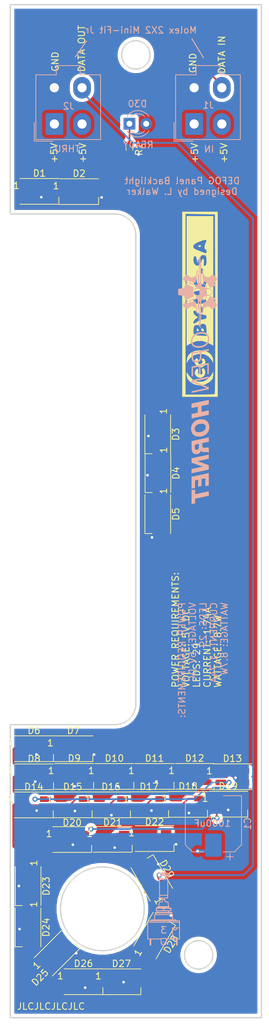
<source format=kicad_pcb>
(kicad_pcb (version 20171130) (host pcbnew "(5.1.6)-1")
  (layers (0 F.Cu signal) (31 B.Cu signal) (34 B.Paste user) (35 F.Paste user) (36 B.SilkS user) (37 F.SilkS user) (38 B.Mask user) (39 F.Mask user) (44 Edge.Cuts user))
  (net 0 "")
  (net 1 /LEDGND)
  (net 2 /LED+5V)
  (net 3 "Net-(D1-Pad2)")
  (net 4 /DATAIN)
  (net 5 "Net-(D2-Pad2)")
  (net 6 "Net-(D3-Pad2)")
  (net 7 "Net-(D4-Pad2)")
  (net 8 "Net-(D5-Pad2)")
  (net 9 "Net-(D6-Pad2)")
  (net 10 "Net-(D7-Pad2)")
  (net 11 "Net-(D8-Pad2)")
  (net 12 "Net-(D10-Pad4)")
  (net 13 "Net-(D10-Pad2)")
  (net 14 "Net-(D11-Pad2)")
  (net 15 /DATAOUT1)
  (net 16 "Net-(D13-Pad2)")
  (net 17 "Net-(D14-Pad2)")
  (net 18 "Net-(D15-Pad2)")
  (net 19 "Net-(D16-Pad2)")
  (net 20 "Net-(D17-Pad2)")
  (net 21 "Net-(D18-Pad2)")
  (net 22 "Net-(D19-Pad2)")
  (net 23 "Net-(D20-Pad2)")
  (net 24 "Net-(D21-Pad2)")
  (net 25 "Net-(D22-Pad2)")
  (net 26 "Net-(D23-Pad2)")
  (net 27 /DATAOUT)
  (net 28 "Net-(D24-Pad2)")
  (net 29 "Net-(D25-Pad2)")
  (net 30 "Net-(D26-Pad2)")
  (net 31 "Net-(D27-Pad2)")
  (net 32 "Net-(D28-Pad2)")
  (net 33 "Net-(D30-Pad1)")
  (module OH_Backlighting:LED_SK6812MINI_PLCC4_3.5x3.5mm_P1.75mm (layer F.Cu) (at 125.05 59.045)
    (fp_text reference D1 (at 0 -2.75) (layer F.SilkS))
    (fp_text value WS2812B)
    (fp_text user 1 (at -3.5 -0.875) (layer F.SilkS))
    (pad 3 smd rect (at 1.75 0.875) (size 1.6 0.85) (layers F.Cu F.Paste F.Mask) (net 1 /LEDGND))
    (pad 4 smd rect (at 1.75 -0.875) (size 1.6 0.85) (layers F.Cu F.Paste F.Mask) (net 4 /DATAIN))
    (pad 2 smd rect (at -1.75 0.875) (size 1.6 0.85) (layers F.Cu F.Paste F.Mask) (net 3 "Net-(D1-Pad2)"))
    (pad 1 smd rect (at -1.75 -0.875) (size 1.6 0.85) (layers F.Cu F.Paste F.Mask) (net 2 /LED+5V))
  )
  (module OH_Backlighting:LED_SK6812MINI_PLCC4_3.5x3.5mm_P1.75mm (layer F.Cu) (at 142.097 163.202 120)
    (fp_text reference D29 (at 0.041017 2.682957 120) (layer F.SilkS))
    (fp_text value WS2812B)
    (fp_text user 1 (at -3.5 -0.875 120) (layer F.SilkS))
    (pad 3 smd rect (at 1.75 0.875 120) (size 1.6 0.85) (layers F.Cu F.Paste F.Mask) (net 1 /LEDGND))
    (pad 4 smd rect (at 1.75 -0.875 120) (size 1.6 0.85) (layers F.Cu F.Paste F.Mask) (net 32 "Net-(D28-Pad2)"))
    (pad 2 smd rect (at -1.75 0.875 120) (size 1.6 0.85) (layers F.Cu F.Paste F.Mask) (net 27 /DATAOUT))
    (pad 1 smd rect (at -1.75 -0.875 120) (size 1.6 0.85) (layers F.Cu F.Paste F.Mask) (net 2 /LED+5V))
  )
  (module OH_Backlighting:LED_SK6812MINI_PLCC4_3.5x3.5mm_P1.75mm (layer F.Cu) (at 142.53 171.935 60)
    (fp_text reference D28 (at 0.108677 2.818233 60) (layer F.SilkS))
    (fp_text value WS2812B)
    (fp_text user 1 (at -3.5 -0.875 60) (layer F.SilkS))
    (pad 3 smd rect (at 1.75 0.875 60) (size 1.6 0.85) (layers F.Cu F.Paste F.Mask) (net 1 /LEDGND))
    (pad 4 smd rect (at 1.75 -0.875 60) (size 1.6 0.85) (layers F.Cu F.Paste F.Mask) (net 31 "Net-(D27-Pad2)"))
    (pad 2 smd rect (at -1.75 0.875 60) (size 1.6 0.85) (layers F.Cu F.Paste F.Mask) (net 32 "Net-(D28-Pad2)"))
    (pad 1 smd rect (at -1.75 -0.875 60) (size 1.6 0.85) (layers F.Cu F.Paste F.Mask) (net 2 /LED+5V))
  )
  (module OH_Backlighting:LED_SK6812MINI_PLCC4_3.5x3.5mm_P1.75mm (layer F.Cu) (at 137.497 178.947)
    (fp_text reference D27 (at 0 -2.75) (layer F.SilkS))
    (fp_text value WS2812B)
    (fp_text user 1 (at -3.5 -0.875) (layer F.SilkS))
    (pad 3 smd rect (at 1.75 0.875) (size 1.6 0.85) (layers F.Cu F.Paste F.Mask) (net 1 /LEDGND))
    (pad 4 smd rect (at 1.75 -0.875) (size 1.6 0.85) (layers F.Cu F.Paste F.Mask) (net 30 "Net-(D26-Pad2)"))
    (pad 2 smd rect (at -1.75 0.875) (size 1.6 0.85) (layers F.Cu F.Paste F.Mask) (net 31 "Net-(D27-Pad2)"))
    (pad 1 smd rect (at -1.75 -0.875) (size 1.6 0.85) (layers F.Cu F.Paste F.Mask) (net 2 /LED+5V))
  )
  (module OH_Backlighting:LED_SK6812MINI_PLCC4_3.5x3.5mm_P1.75mm (layer F.Cu) (at 131.73 178.935)
    (fp_text reference D26 (at 0 -2.75) (layer F.SilkS))
    (fp_text value WS2812B)
    (fp_text user 1 (at -3.5 -0.875) (layer F.SilkS))
    (pad 3 smd rect (at 1.75 0.875) (size 1.6 0.85) (layers F.Cu F.Paste F.Mask) (net 1 /LEDGND))
    (pad 4 smd rect (at 1.75 -0.875) (size 1.6 0.85) (layers F.Cu F.Paste F.Mask) (net 29 "Net-(D25-Pad2)"))
    (pad 2 smd rect (at -1.75 0.875) (size 1.6 0.85) (layers F.Cu F.Paste F.Mask) (net 30 "Net-(D26-Pad2)"))
    (pad 1 smd rect (at -1.75 -0.875) (size 1.6 0.85) (layers F.Cu F.Paste F.Mask) (net 2 /LED+5V))
  )
  (module OH_Backlighting:LED_SK6812MINI_PLCC4_3.5x3.5mm_P1.75mm (layer F.Cu) (at 127.724 174.599 45)
    (fp_text reference D25 (at -4.437095 0.796909 45) (layer F.SilkS))
    (fp_text value WS2812B)
    (fp_text user 1 (at -3.5 -0.875 45) (layer F.SilkS))
    (pad 3 smd rect (at 1.75 0.875 45) (size 1.6 0.85) (layers F.Cu F.Paste F.Mask) (net 1 /LEDGND))
    (pad 4 smd rect (at 1.75 -0.875 45) (size 1.6 0.85) (layers F.Cu F.Paste F.Mask) (net 28 "Net-(D24-Pad2)"))
    (pad 2 smd rect (at -1.75 0.875 45) (size 1.6 0.85) (layers F.Cu F.Paste F.Mask) (net 29 "Net-(D25-Pad2)"))
    (pad 1 smd rect (at -1.75 -0.875 45) (size 1.6 0.85) (layers F.Cu F.Paste F.Mask) (net 2 /LED+5V))
  )
  (module OH_Backlighting:LED_SK6812MINI_PLCC4_3.5x3.5mm_P1.75mm (layer F.Cu) (at 123.315 170.69 270)
    (fp_text reference D24 (at 0 -2.75 90) (layer F.SilkS))
    (fp_text value WS2812B)
    (fp_text user 1 (at -3.5 -0.875 90) (layer F.SilkS))
    (pad 3 smd rect (at 1.75 0.875 270) (size 1.6 0.85) (layers F.Cu F.Paste F.Mask) (net 1 /LEDGND))
    (pad 4 smd rect (at 1.75 -0.875 270) (size 1.6 0.85) (layers F.Cu F.Paste F.Mask) (net 26 "Net-(D23-Pad2)"))
    (pad 2 smd rect (at -1.75 0.875 270) (size 1.6 0.85) (layers F.Cu F.Paste F.Mask) (net 28 "Net-(D24-Pad2)"))
    (pad 1 smd rect (at -1.75 -0.875 270) (size 1.6 0.85) (layers F.Cu F.Paste F.Mask) (net 2 /LED+5V))
  )
  (module OH_Backlighting:LED_SK6812MINI_PLCC4_3.5x3.5mm_P1.75mm (layer F.Cu) (at 123.335 164.43 270)
    (fp_text reference D23 (at 0 -2.75 90) (layer F.SilkS))
    (fp_text value WS2812B)
    (fp_text user 1 (at -3.5 -0.875 90) (layer F.SilkS))
    (pad 3 smd rect (at 1.75 0.875 270) (size 1.6 0.85) (layers F.Cu F.Paste F.Mask) (net 1 /LEDGND))
    (pad 4 smd rect (at 1.75 -0.875 270) (size 1.6 0.85) (layers F.Cu F.Paste F.Mask) (net 25 "Net-(D22-Pad2)"))
    (pad 2 smd rect (at -1.75 0.875 270) (size 1.6 0.85) (layers F.Cu F.Paste F.Mask) (net 26 "Net-(D23-Pad2)"))
    (pad 1 smd rect (at -1.75 -0.875 270) (size 1.6 0.85) (layers F.Cu F.Paste F.Mask) (net 2 /LED+5V))
  )
  (module OH_Backlighting:LED_SK6812MINI_PLCC4_3.5x3.5mm_P1.75mm (layer F.Cu) (at 142.522 157.226)
    (fp_text reference D22 (at 0.003 -2.526) (layer F.SilkS))
    (fp_text value WS2812B)
    (fp_text user 1 (at -3.5 -0.875) (layer F.SilkS))
    (pad 3 smd rect (at 1.75 0.875) (size 1.6 0.85) (layers F.Cu F.Paste F.Mask) (net 1 /LEDGND))
    (pad 4 smd rect (at 1.75 -0.875) (size 1.6 0.85) (layers F.Cu F.Paste F.Mask) (net 24 "Net-(D21-Pad2)"))
    (pad 2 smd rect (at -1.75 0.875) (size 1.6 0.85) (layers F.Cu F.Paste F.Mask) (net 25 "Net-(D22-Pad2)"))
    (pad 1 smd rect (at -1.75 -0.875) (size 1.6 0.85) (layers F.Cu F.Paste F.Mask) (net 2 /LED+5V))
  )
  (module OH_Backlighting:LED_SK6812MINI_PLCC4_3.5x3.5mm_P1.75mm (layer F.Cu) (at 136.172 157.339)
    (fp_text reference D21 (at 0.003 -2.564) (layer F.SilkS))
    (fp_text value WS2812B)
    (fp_text user 1 (at -3.5 -0.875) (layer F.SilkS))
    (pad 3 smd rect (at 1.75 0.875) (size 1.6 0.85) (layers F.Cu F.Paste F.Mask) (net 1 /LEDGND))
    (pad 4 smd rect (at 1.75 -0.875) (size 1.6 0.85) (layers F.Cu F.Paste F.Mask) (net 23 "Net-(D20-Pad2)"))
    (pad 2 smd rect (at -1.75 0.875) (size 1.6 0.85) (layers F.Cu F.Paste F.Mask) (net 24 "Net-(D21-Pad2)"))
    (pad 1 smd rect (at -1.75 -0.875) (size 1.6 0.85) (layers F.Cu F.Paste F.Mask) (net 2 /LED+5V))
  )
  (module OH_Backlighting:LED_SK6812MINI_PLCC4_3.5x3.5mm_P1.75mm (layer F.Cu) (at 130.02 157.367)
    (fp_text reference D20 (at 0 -2.567) (layer F.SilkS))
    (fp_text value WS2812B)
    (fp_text user 1 (at -3.5 -0.875) (layer F.SilkS))
    (pad 3 smd rect (at 1.75 0.875) (size 1.6 0.85) (layers F.Cu F.Paste F.Mask) (net 1 /LEDGND))
    (pad 4 smd rect (at 1.75 -0.875) (size 1.6 0.85) (layers F.Cu F.Paste F.Mask) (net 22 "Net-(D19-Pad2)"))
    (pad 2 smd rect (at -1.75 0.875) (size 1.6 0.85) (layers F.Cu F.Paste F.Mask) (net 23 "Net-(D20-Pad2)"))
    (pad 1 smd rect (at -1.75 -0.875) (size 1.6 0.85) (layers F.Cu F.Paste F.Mask) (net 2 /LED+5V))
  )
  (module OH_Backlighting:LED_SK6812MINI_PLCC4_3.5x3.5mm_P1.75mm (layer F.Cu) (at 153.698 152.005)
    (fp_text reference D19 (at 0 -2.75) (layer F.SilkS))
    (fp_text value WS2812B)
    (fp_text user 1 (at -3.5 -0.875) (layer F.SilkS))
    (pad 3 smd rect (at 1.75 0.875) (size 1.6 0.85) (layers F.Cu F.Paste F.Mask) (net 1 /LEDGND))
    (pad 4 smd rect (at 1.75 -0.875) (size 1.6 0.85) (layers F.Cu F.Paste F.Mask) (net 21 "Net-(D18-Pad2)"))
    (pad 2 smd rect (at -1.75 0.875) (size 1.6 0.85) (layers F.Cu F.Paste F.Mask) (net 22 "Net-(D19-Pad2)"))
    (pad 1 smd rect (at -1.75 -0.875) (size 1.6 0.85) (layers F.Cu F.Paste F.Mask) (net 2 /LED+5V))
  )
  (module OH_Backlighting:LED_SK6812MINI_PLCC4_3.5x3.5mm_P1.75mm (layer F.Cu) (at 147.602 152.033)
    (fp_text reference D18 (at 0 -2.75) (layer F.SilkS))
    (fp_text value WS2812B)
    (fp_text user 1 (at -3.5 -0.875) (layer F.SilkS))
    (pad 3 smd rect (at 1.75 0.875) (size 1.6 0.85) (layers F.Cu F.Paste F.Mask) (net 1 /LEDGND))
    (pad 4 smd rect (at 1.75 -0.875) (size 1.6 0.85) (layers F.Cu F.Paste F.Mask) (net 20 "Net-(D17-Pad2)"))
    (pad 2 smd rect (at -1.75 0.875) (size 1.6 0.85) (layers F.Cu F.Paste F.Mask) (net 21 "Net-(D18-Pad2)"))
    (pad 1 smd rect (at -1.75 -0.875) (size 1.6 0.85) (layers F.Cu F.Paste F.Mask) (net 2 /LED+5V))
  )
  (module OH_Backlighting:LED_SK6812MINI_PLCC4_3.5x3.5mm_P1.75mm (layer F.Cu) (at 141.7 152.085)
    (fp_text reference D17 (at 0 -2.75) (layer F.SilkS))
    (fp_text value WS2812B)
    (fp_text user 1 (at -3.5 -0.875) (layer F.SilkS))
    (pad 3 smd rect (at 1.75 0.875) (size 1.6 0.85) (layers F.Cu F.Paste F.Mask) (net 1 /LEDGND))
    (pad 4 smd rect (at 1.75 -0.875) (size 1.6 0.85) (layers F.Cu F.Paste F.Mask) (net 19 "Net-(D16-Pad2)"))
    (pad 2 smd rect (at -1.75 0.875) (size 1.6 0.85) (layers F.Cu F.Paste F.Mask) (net 20 "Net-(D17-Pad2)"))
    (pad 1 smd rect (at -1.75 -0.875) (size 1.6 0.85) (layers F.Cu F.Paste F.Mask) (net 2 /LED+5V))
  )
  (module OH_Backlighting:LED_SK6812MINI_PLCC4_3.5x3.5mm_P1.75mm (layer F.Cu) (at 135.91 152.105)
    (fp_text reference D16 (at 0 -2.75) (layer F.SilkS))
    (fp_text value WS2812B)
    (fp_text user 1 (at -3.5 -0.875) (layer F.SilkS))
    (pad 3 smd rect (at 1.75 0.875) (size 1.6 0.85) (layers F.Cu F.Paste F.Mask) (net 1 /LEDGND))
    (pad 4 smd rect (at 1.75 -0.875) (size 1.6 0.85) (layers F.Cu F.Paste F.Mask) (net 18 "Net-(D15-Pad2)"))
    (pad 2 smd rect (at -1.75 0.875) (size 1.6 0.85) (layers F.Cu F.Paste F.Mask) (net 19 "Net-(D16-Pad2)"))
    (pad 1 smd rect (at -1.75 -0.875) (size 1.6 0.85) (layers F.Cu F.Paste F.Mask) (net 2 /LED+5V))
  )
  (module OH_Backlighting:LED_SK6812MINI_PLCC4_3.5x3.5mm_P1.75mm (layer F.Cu) (at 130.1 152.105)
    (fp_text reference D15 (at 0 -2.75) (layer F.SilkS))
    (fp_text value WS2812B)
    (fp_text user 1 (at -3.5 -0.875) (layer F.SilkS))
    (pad 3 smd rect (at 1.75 0.875) (size 1.6 0.85) (layers F.Cu F.Paste F.Mask) (net 1 /LEDGND))
    (pad 4 smd rect (at 1.75 -0.875) (size 1.6 0.85) (layers F.Cu F.Paste F.Mask) (net 17 "Net-(D14-Pad2)"))
    (pad 2 smd rect (at -1.75 0.875) (size 1.6 0.85) (layers F.Cu F.Paste F.Mask) (net 18 "Net-(D15-Pad2)"))
    (pad 1 smd rect (at -1.75 -0.875) (size 1.6 0.85) (layers F.Cu F.Paste F.Mask) (net 2 /LED+5V))
  )
  (module OH_Backlighting:LED_SK6812MINI_PLCC4_3.5x3.5mm_P1.75mm (layer F.Cu) (at 124.2 152.115)
    (fp_text reference D14 (at 0 -2.75) (layer F.SilkS))
    (fp_text value WS2812B)
    (fp_text user 1 (at -3.5 -0.875) (layer F.SilkS))
    (pad 3 smd rect (at 1.75 0.875) (size 1.6 0.85) (layers F.Cu F.Paste F.Mask) (net 1 /LEDGND))
    (pad 4 smd rect (at 1.75 -0.875) (size 1.6 0.85) (layers F.Cu F.Paste F.Mask) (net 16 "Net-(D13-Pad2)"))
    (pad 2 smd rect (at -1.75 0.875) (size 1.6 0.85) (layers F.Cu F.Paste F.Mask) (net 17 "Net-(D14-Pad2)"))
    (pad 1 smd rect (at -1.75 -0.875) (size 1.6 0.85) (layers F.Cu F.Paste F.Mask) (net 2 /LED+5V))
  )
  (module OH_Backlighting:LED_SK6812MINI_PLCC4_3.5x3.5mm_P1.75mm (layer F.Cu) (at 154.34 147.835)
    (fp_text reference D13 (at 0 -2.75) (layer F.SilkS))
    (fp_text value WS2812B)
    (fp_text user 1 (at -3.5 -0.875) (layer F.SilkS))
    (pad 3 smd rect (at 1.75 0.875) (size 1.6 0.85) (layers F.Cu F.Paste F.Mask) (net 1 /LEDGND))
    (pad 4 smd rect (at 1.75 -0.875) (size 1.6 0.85) (layers F.Cu F.Paste F.Mask) (net 15 /DATAOUT1))
    (pad 2 smd rect (at -1.75 0.875) (size 1.6 0.85) (layers F.Cu F.Paste F.Mask) (net 16 "Net-(D13-Pad2)"))
    (pad 1 smd rect (at -1.75 -0.875) (size 1.6 0.85) (layers F.Cu F.Paste F.Mask) (net 2 /LED+5V))
  )
  (module OH_Backlighting:LED_SK6812MINI_PLCC4_3.5x3.5mm_P1.75mm (layer F.Cu) (at 148.608 147.785)
    (fp_text reference D12 (at 0 -2.75) (layer F.SilkS))
    (fp_text value WS2812B)
    (fp_text user 1 (at -3.5 -0.875) (layer F.SilkS))
    (pad 3 smd rect (at 1.75 0.875) (size 1.6 0.85) (layers F.Cu F.Paste F.Mask) (net 1 /LEDGND))
    (pad 4 smd rect (at 1.75 -0.875) (size 1.6 0.85) (layers F.Cu F.Paste F.Mask) (net 14 "Net-(D11-Pad2)"))
    (pad 2 smd rect (at -1.75 0.875) (size 1.6 0.85) (layers F.Cu F.Paste F.Mask) (net 15 /DATAOUT1))
    (pad 1 smd rect (at -1.75 -0.875) (size 1.6 0.85) (layers F.Cu F.Paste F.Mask) (net 2 /LED+5V))
  )
  (module OH_Backlighting:LED_SK6812MINI_PLCC4_3.5x3.5mm_P1.75mm (layer F.Cu) (at 142.516 147.795)
    (fp_text reference D11 (at 0 -2.75) (layer F.SilkS))
    (fp_text value WS2812B)
    (fp_text user 1 (at -3.5 -0.875) (layer F.SilkS))
    (pad 3 smd rect (at 1.75 0.875) (size 1.6 0.85) (layers F.Cu F.Paste F.Mask) (net 1 /LEDGND))
    (pad 4 smd rect (at 1.75 -0.875) (size 1.6 0.85) (layers F.Cu F.Paste F.Mask) (net 13 "Net-(D10-Pad2)"))
    (pad 2 smd rect (at -1.75 0.875) (size 1.6 0.85) (layers F.Cu F.Paste F.Mask) (net 14 "Net-(D11-Pad2)"))
    (pad 1 smd rect (at -1.75 -0.875) (size 1.6 0.85) (layers F.Cu F.Paste F.Mask) (net 2 /LED+5V))
  )
  (module OH_Backlighting:LED_SK6812MINI_PLCC4_3.5x3.5mm_P1.75mm (layer F.Cu) (at 136.424 147.795)
    (fp_text reference D10 (at 0 -2.75) (layer F.SilkS))
    (fp_text value WS2812B)
    (fp_text user 1 (at -3.5 -0.875) (layer F.SilkS))
    (pad 3 smd rect (at 1.75 0.875) (size 1.6 0.85) (layers F.Cu F.Paste F.Mask) (net 1 /LEDGND))
    (pad 4 smd rect (at 1.75 -0.875) (size 1.6 0.85) (layers F.Cu F.Paste F.Mask) (net 12 "Net-(D10-Pad4)"))
    (pad 2 smd rect (at -1.75 0.875) (size 1.6 0.85) (layers F.Cu F.Paste F.Mask) (net 13 "Net-(D10-Pad2)"))
    (pad 1 smd rect (at -1.75 -0.875) (size 1.6 0.85) (layers F.Cu F.Paste F.Mask) (net 2 /LED+5V))
  )
  (module OH_Backlighting:LED_SK6812MINI_PLCC4_3.5x3.5mm_P1.75mm (layer F.Cu) (at 130.332 147.795)
    (fp_text reference D9 (at 0 -2.75) (layer F.SilkS))
    (fp_text value WS2812B)
    (fp_text user 1 (at -3.5 -0.875) (layer F.SilkS))
    (pad 3 smd rect (at 1.75 0.875) (size 1.6 0.85) (layers F.Cu F.Paste F.Mask) (net 1 /LEDGND))
    (pad 4 smd rect (at 1.75 -0.875) (size 1.6 0.85) (layers F.Cu F.Paste F.Mask) (net 11 "Net-(D8-Pad2)"))
    (pad 2 smd rect (at -1.75 0.875) (size 1.6 0.85) (layers F.Cu F.Paste F.Mask) (net 12 "Net-(D10-Pad4)"))
    (pad 1 smd rect (at -1.75 -0.875) (size 1.6 0.85) (layers F.Cu F.Paste F.Mask) (net 2 /LED+5V))
  )
  (module OH_Backlighting:LED_SK6812MINI_PLCC4_3.5x3.5mm_P1.75mm (layer F.Cu) (at 124.24 147.855)
    (fp_text reference D8 (at 0 -2.75) (layer F.SilkS))
    (fp_text value WS2812B)
    (fp_text user 1 (at -3.5 -0.875) (layer F.SilkS))
    (pad 3 smd rect (at 1.75 0.875) (size 1.6 0.85) (layers F.Cu F.Paste F.Mask) (net 1 /LEDGND))
    (pad 4 smd rect (at 1.75 -0.875) (size 1.6 0.85) (layers F.Cu F.Paste F.Mask) (net 10 "Net-(D7-Pad2)"))
    (pad 2 smd rect (at -1.75 0.875) (size 1.6 0.85) (layers F.Cu F.Paste F.Mask) (net 11 "Net-(D8-Pad2)"))
    (pad 1 smd rect (at -1.75 -0.875) (size 1.6 0.85) (layers F.Cu F.Paste F.Mask) (net 2 /LED+5V))
  )
  (module OH_Backlighting:LED_SK6812MINI_PLCC4_3.5x3.5mm_P1.75mm (layer F.Cu) (at 130.21 143.59)
    (fp_text reference D7 (at 0 -2.75) (layer F.SilkS))
    (fp_text value WS2812B)
    (fp_text user 1 (at -3.5 -0.875) (layer F.SilkS))
    (pad 3 smd rect (at 1.75 0.875) (size 1.6 0.85) (layers F.Cu F.Paste F.Mask) (net 1 /LEDGND))
    (pad 4 smd rect (at 1.75 -0.875) (size 1.6 0.85) (layers F.Cu F.Paste F.Mask) (net 9 "Net-(D6-Pad2)"))
    (pad 2 smd rect (at -1.75 0.875) (size 1.6 0.85) (layers F.Cu F.Paste F.Mask) (net 10 "Net-(D7-Pad2)"))
    (pad 1 smd rect (at -1.75 -0.875) (size 1.6 0.85) (layers F.Cu F.Paste F.Mask) (net 2 /LED+5V))
  )
  (module OH_Backlighting:LED_SK6812MINI_PLCC4_3.5x3.5mm_P1.75mm (layer F.Cu) (at 124.23 143.585)
    (fp_text reference D6 (at 0 -2.75) (layer F.SilkS))
    (fp_text value WS2812B)
    (fp_text user 1 (at -3.5 -0.875) (layer F.SilkS))
    (pad 3 smd rect (at 1.75 0.875) (size 1.6 0.85) (layers F.Cu F.Paste F.Mask) (net 1 /LEDGND))
    (pad 4 smd rect (at 1.75 -0.875) (size 1.6 0.85) (layers F.Cu F.Paste F.Mask) (net 8 "Net-(D5-Pad2)"))
    (pad 2 smd rect (at -1.75 0.875) (size 1.6 0.85) (layers F.Cu F.Paste F.Mask) (net 9 "Net-(D6-Pad2)"))
    (pad 1 smd rect (at -1.75 -0.875) (size 1.6 0.85) (layers F.Cu F.Paste F.Mask) (net 2 /LED+5V))
  )
  (module OH_Backlighting:LED_SK6812MINI_PLCC4_3.5x3.5mm_P1.75mm (layer F.Cu) (at 143.015 108 270)
    (fp_text reference D5 (at 0 -2.75 90) (layer F.SilkS))
    (fp_text value WS2812B)
    (fp_text user 1 (at -3.5 -0.875 90) (layer F.SilkS))
    (pad 3 smd rect (at 1.75 0.875 270) (size 1.6 0.85) (layers F.Cu F.Paste F.Mask) (net 1 /LEDGND))
    (pad 4 smd rect (at 1.75 -0.875 270) (size 1.6 0.85) (layers F.Cu F.Paste F.Mask) (net 7 "Net-(D4-Pad2)"))
    (pad 2 smd rect (at -1.75 0.875 270) (size 1.6 0.85) (layers F.Cu F.Paste F.Mask) (net 8 "Net-(D5-Pad2)"))
    (pad 1 smd rect (at -1.75 -0.875 270) (size 1.6 0.85) (layers F.Cu F.Paste F.Mask) (net 2 /LED+5V))
  )
  (module OH_Backlighting:LED_SK6812MINI_PLCC4_3.5x3.5mm_P1.75mm (layer F.Cu) (at 143.035 101.78 270)
    (fp_text reference D4 (at 0 -2.75 90) (layer F.SilkS))
    (fp_text value WS2812B)
    (fp_text user 1 (at -3.5 -0.875 90) (layer F.SilkS))
    (pad 3 smd rect (at 1.75 0.875 270) (size 1.6 0.85) (layers F.Cu F.Paste F.Mask) (net 1 /LEDGND))
    (pad 4 smd rect (at 1.75 -0.875 270) (size 1.6 0.85) (layers F.Cu F.Paste F.Mask) (net 6 "Net-(D3-Pad2)"))
    (pad 2 smd rect (at -1.75 0.875 270) (size 1.6 0.85) (layers F.Cu F.Paste F.Mask) (net 7 "Net-(D4-Pad2)"))
    (pad 1 smd rect (at -1.75 -0.875 270) (size 1.6 0.85) (layers F.Cu F.Paste F.Mask) (net 2 /LED+5V))
  )
  (module OH_Backlighting:LED_SK6812MINI_PLCC4_3.5x3.5mm_P1.75mm (layer F.Cu) (at 143.005 95.89 270)
    (fp_text reference D3 (at 0 -2.75 90) (layer F.SilkS))
    (fp_text value WS2812B)
    (fp_text user 1 (at -3.5 -0.875 90) (layer F.SilkS))
    (pad 3 smd rect (at 1.75 0.875 270) (size 1.6 0.85) (layers F.Cu F.Paste F.Mask) (net 1 /LEDGND))
    (pad 4 smd rect (at 1.75 -0.875 270) (size 1.6 0.85) (layers F.Cu F.Paste F.Mask) (net 5 "Net-(D2-Pad2)"))
    (pad 2 smd rect (at -1.75 0.875 270) (size 1.6 0.85) (layers F.Cu F.Paste F.Mask) (net 6 "Net-(D3-Pad2)"))
    (pad 1 smd rect (at -1.75 -0.875 270) (size 1.6 0.85) (layers F.Cu F.Paste F.Mask) (net 2 /LED+5V))
  )
  (module OH_Backlighting:LED_SK6812MINI_PLCC4_3.5x3.5mm_P1.75mm (layer F.Cu) (at 131.08 59.08)
    (fp_text reference D2 (at 0 -2.75) (layer F.SilkS))
    (fp_text value WS2812B)
    (fp_text user 1 (at -3.5 -0.875) (layer F.SilkS))
    (pad 3 smd rect (at 1.75 0.875) (size 1.6 0.85) (layers F.Cu F.Paste F.Mask) (net 1 /LEDGND))
    (pad 4 smd rect (at 1.75 -0.875) (size 1.6 0.85) (layers F.Cu F.Paste F.Mask) (net 3 "Net-(D1-Pad2)"))
    (pad 2 smd rect (at -1.75 0.875) (size 1.6 0.85) (layers F.Cu F.Paste F.Mask) (net 5 "Net-(D2-Pad2)"))
    (pad 1 smd rect (at -1.75 -0.875) (size 1.6 0.85) (layers F.Cu F.Paste F.Mask) (net 2 /LED+5V))
  )
  (module OH_Backlighting:S3AL_Toggle_Silkscreen (layer F.Cu) (at 143.76 168.04)
    (fp_text reference G2 hide)
    (fp_text value "S3AL Toggle" hide)
    (fp_text user 3 (at 0.125 3.075) (layer B.SilkS) (effects (justify mirror)))
  )
  (module OH_General:CC-BY-NC-SA-Small (layer F.Cu) (at 149.41 76.25 90)
    (fp_text reference G1 hide)
    (fp_text value LOGO hide)
  )
  (module OH_General:OH_LOGO_37.7mm_5.9mm (layer B.Cu) (at 149.07 87.63 270)
    (fp_text reference G3 hide)
    (fp_text value LOGO hide)
  )
  (module Resistor_SMD:R_0603_1608Metric (layer F.Cu) (at 138.72 52.66 270)
    (fp_text reference R1 (at 0 -1.43 90) (layer F.SilkS))
    (fp_text value R)
    (pad 2 smd roundrect (at 0.7875 0 270) (size 0.875 0.95) (layers F.Cu F.Paste F.Mask) (net 1 /LEDGND))
    (pad 1 smd roundrect (at -0.7875 0 270) (size 0.875 0.95) (layers F.Cu F.Paste F.Mask) (net 33 "Net-(D30-Pad1)"))
  )
  (module Connector_Molex:Molex_Mini-Fit_Jr_5566-04A_2x02_P4.20mm_Vertical (layer B.Cu) (at 127.32 48.82)
    (fp_text reference J2 (at 2.15 -2.71) (layer B.SilkS) (effects (justify mirror)))
    (fp_text value Conn_01x04_Female)
    (pad 4 thru_hole oval (at 4.2 -5.5) (size 2.7 3.3) (drill 1.4) (layers *.Cu *.Mask) (net 27 /DATAOUT))
    (pad 3 thru_hole oval (at 0 -5.5) (size 2.7 3.3) (drill 1.4) (layers *.Cu *.Mask) (net 1 /LEDGND))
    (pad 2 thru_hole oval (at 4.2 0) (size 2.7 3.3) (drill 1.4) (layers *.Cu *.Mask) (net 2 /LED+5V))
    (pad 1 thru_hole roundrect (at 0 0) (size 2.7 3.3) (drill 1.4) (layers *.Cu *.Mask) (roundrect_rratio 0.09259299999999999) (net 2 /LED+5V))
  )
  (module Connector_Molex:Molex_Mini-Fit_Jr_5566-04A_2x02_P4.20mm_Vertical (layer B.Cu) (at 148.53 48.82)
    (fp_text reference J1 (at 2.15 -2.85) (layer B.SilkS) (effects (justify mirror)))
    (fp_text value Conn_01x04_Female)
    (pad 4 thru_hole oval (at 4.2 -5.5) (size 2.7 3.3) (drill 1.4) (layers *.Cu *.Mask) (net 4 /DATAIN))
    (pad 3 thru_hole oval (at 0 -5.5) (size 2.7 3.3) (drill 1.4) (layers *.Cu *.Mask) (net 1 /LEDGND))
    (pad 2 thru_hole oval (at 4.2 0) (size 2.7 3.3) (drill 1.4) (layers *.Cu *.Mask) (net 2 /LED+5V))
    (pad 1 thru_hole roundrect (at 0 0) (size 2.7 3.3) (drill 1.4) (layers *.Cu *.Mask) (roundrect_rratio 0.09259299999999999) (net 2 /LED+5V))
  )
  (module LED_THT:LED_D3.0mm (layer B.Cu) (at 138.71 48.78)
    (fp_text reference D30 (at 1.22 -3.02) (layer B.SilkS) (effects (justify mirror)))
    (fp_text value LED)
    (pad 2 thru_hole circle (at 2.54 0) (size 1.8 1.8) (drill 0.9) (layers *.Cu *.Mask) (net 2 /LED+5V))
    (pad 1 thru_hole rect (at 0 0) (size 1.8 1.8) (drill 0.9) (layers *.Cu *.Mask) (net 33 "Net-(D30-Pad1)"))
  )
  (module Capacitor_SMD:CP_Elec_8x10 (layer B.Cu) (at 151.45 154.97 90)
    (fp_text reference C1 (at 0 5.2 90) (layer B.SilkS) (effects (justify mirror)))
    (fp_text value C_Polarized)
    (pad 2 smd roundrect (at 3.25 0 90) (size 3.5 2.5) (layers B.Cu B.Paste B.Mask) (roundrect_rratio 0.1) (net 1 /LEDGND))
    (pad 1 smd roundrect (at -3.25 0 90) (size 3.5 2.5) (layers B.Cu B.Paste B.Mask) (roundrect_rratio 0.1) (net 2 /LED+5V))
  )
  (gr_text JLCJLCJLCJLC (at 126.8 182.675) (layer F.SilkS) (effects (font (size 1 1))))
  (gr_text "POWER REQUIREMENTS:\nVOLTAGE: 5V DC\nLEDS: 29\nCURRENT: 1.74A\nWATTAGE: 8.7W" (at 148.91 134.42 90) (layer F.SilkS) (effects (font (size 1 1)) (justify left)))
  (gr_text "DEFOG Panel Backlight\nDesigned by L. Walker" (at 146.72 58.25) (layer B.SilkS) (effects (font (size 1 1)) (justify mirror)))
  (gr_text "POWER REQUIREMENTS:\nVOLTAGE: 5V DC\nLEDS: 29\nCURRENT: 1.74A\nWATTAGE: 8.7W" (at 149.9 121.28 90) (layer B.SilkS) (effects (font (size 1 1)) (justify left mirror)))
  (gr_text +5V (at 131.62 53.21 90) (layer F.SilkS) (effects (font (size 1 1))))
  (gr_text +5V (at 127.29 53.21 90) (layer F.SilkS) (effects (font (size 1 1))))
  (gr_text "DATA OUT" (at 131.46 37.38 90) (layer F.SilkS) (effects (font (size 1 1))))
  (gr_text GND (at 127.45 39.36 90) (layer F.SilkS) (effects (font (size 1 1))))
  (gr_text "DATA IN" (at 152.72 38.31 90) (layer F.SilkS) (effects (font (size 1 1))))
  (gr_text GND (at 148.34 39.57 90) (layer F.SilkS) (effects (font (size 1 1))))
  (gr_text +5V (at 148.61 53.21 90) (layer F.SilkS) (effects (font (size 1 1))))
  (gr_text +5V (at 153.05 53.21 90) (layer F.SilkS) (effects (font (size 1 1))))
  (gr_text 1000uF (at 151.3 154.91) (layer B.SilkS) (effects (font (size 1 1)) (justify mirror)))
  (gr_line (start 132.19 36.22) (end 130.5 38.65) (layer B.SilkS) (width 0.15))
  (gr_line (start 148.2 35.9) (end 149.94 38.78) (layer B.SilkS) (width 0.15))
  (gr_text READY (at 140.05 51.97) (layer B.SilkS) (effects (font (size 1 1)) (justify mirror)))
  (gr_text "Molex 2X2 Mini-Fit Jr." (at 140.24 34.58) (layer B.SilkS) (effects (font (size 1 1)) (justify mirror)))
  (gr_text THRU (at 129.26 52.59) (layer B.SilkS) (effects (font (size 1 1)) (justify mirror)))
  (gr_text IN (at 150.79 52.65) (layer B.SilkS) (effects (font (size 1 1)) (justify mirror)))
  (gr_circle (center 149.209016 174.862625) (end 151.361666 174.862625) (layer Edge.Cuts) (width 0.2))
  (gr_circle (center 134.604016 167.877625) (end 140.954016 167.877625) (layer Edge.Cuts) (width 0.2))
  (gr_line (start 136.509016 139.937625) (end 120.634016 139.937625) (layer Edge.Cuts) (width 0.2))
  (gr_line (start 158.734016 30.717627) (end 120.634016 30.717627) (layer Edge.Cuts) (width 0.2))
  (gr_line (start 120.634016 139.937625) (end 120.634016 184.387625) (layer Edge.Cuts) (width 0.2))
  (gr_line (start 120.634016 184.387625) (end 158.734016 184.387625) (layer Edge.Cuts) (width 0.2))
  (gr_circle (center 139.684016 38.337625) (end 141.836666 38.337625) (layer Edge.Cuts) (width 0.2))
  (gr_line (start 158.734016 184.387625) (end 158.734016 30.717627) (layer Edge.Cuts) (width 0.2))
  (gr_line (start 120.634016 30.717627) (end 120.634016 62.467628) (layer Edge.Cuts) (width 0.2))
  (gr_line (start 120.634016 62.467625) (end 136.509016 62.467625) (layer Edge.Cuts) (width 0.2))
  (gr_arc (start 136.509016 136.762625) (end 136.509016 139.937625) (angle -90) (layer Edge.Cuts) (width 0.2))
  (gr_line (start 139.684016 65.642626) (end 139.684016 136.762625) (layer Edge.Cuts) (width 0.2))
  (gr_arc (start 136.509016 65.642625) (end 139.684016 65.642625) (angle -90) (layer Edge.Cuts) (width 0.2))
  (segment (start 155.448 152.88) (end 154.1977 152.88) (width 0.5) (layer F.Cu) (net 1))
  (segment (start 153.698 152.8765) (end 154.1942 152.8765) (width 0.5) (layer F.Cu) (net 1))
  (segment (start 154.1942 152.8765) (end 154.1977 152.88) (width 0.5) (layer F.Cu) (net 1))
  (segment (start 144.266 148.67) (end 143.0157 148.67) (width 0.5) (layer F.Cu) (net 1))
  (segment (start 142.8078 148.5588) (end 142.9045 148.5588) (width 0.5) (layer F.Cu) (net 1))
  (segment (start 142.9045 148.5588) (end 143.0157 148.67) (width 0.5) (layer F.Cu) (net 1))
  (segment (start 133.48 179.81) (end 132.2297 179.81) (width 0.5) (layer F.Cu) (net 1))
  (segment (start 131.996 179.8333) (end 132.2064 179.8333) (width 0.5) (layer F.Cu) (net 1))
  (segment (start 132.2064 179.8333) (end 132.2297 179.81) (width 0.5) (layer F.Cu) (net 1))
  (segment (start 131.85 152.98) (end 130.5997 152.98) (width 0.5) (layer F.Cu) (net 1))
  (segment (start 130.4363 153.0374) (end 130.5423 153.0374) (width 0.5) (layer F.Cu) (net 1))
  (segment (start 130.5423 153.0374) (end 130.5997 152.98) (width 0.5) (layer F.Cu) (net 1))
  (segment (start 124.4208 148.5687) (end 124.5821 148.73) (width 0.5) (layer F.Cu) (net 1))
  (segment (start 124.5821 148.73) (end 125.99 148.73) (width 0.5) (layer F.Cu) (net 1))
  (segment (start 143.45 152.96) (end 142.1997 152.96) (width 0.5) (layer F.Cu) (net 1))
  (segment (start 142.0478 152.9683) (end 142.1914 152.9683) (width 0.5) (layer F.Cu) (net 1))
  (segment (start 142.1914 152.9683) (end 142.1997 152.96) (width 0.5) (layer F.Cu) (net 1))
  (segment (start 149.1077 148.66) (end 148.7355 149.0322) (width 0.5) (layer F.Cu) (net 1))
  (segment (start 148.7355 149.0322) (end 148.3971 149.0322) (width 0.5) (layer F.Cu) (net 1))
  (segment (start 150.358 148.66) (end 149.1077 148.66) (width 0.5) (layer F.Cu) (net 1))
  (segment (start 140.07 53.45) (end 140.088 53.4475) (width 0.5) (layer F.Cu) (net 1))
  (segment (start 138.72 53.4475) (end 140.07 53.45) (width 0.5) (layer F.Cu) (net 1))
  (segment (start 134.49 59.96) (end 134.485 59.955) (width 0.5) (layer F.Cu) (net 1))
  (segment (start 132.83 59.955) (end 134.49 59.96) (width 0.5) (layer F.Cu) (net 1))
  (segment (start 142.14 109.75) (end 142.14 111.54) (width 0.5) (layer F.Cu) (net 1))
  (segment (start 142.16 103.53) (end 142.16 102.81) (width 0.5) (layer F.Cu) (net 1))
  (segment (start 142.16 102.81) (end 141.45 102.1) (width 0.5) (layer F.Cu) (net 1))
  (segment (start 142.13 97.64) (end 142.13 96.69) (width 0.5) (layer F.Cu) (net 1))
  (segment (start 142.13 96.69) (end 141.59 96.15) (width 0.5) (layer F.Cu) (net 1))
  (segment (start 126.8 59.92) (end 125.34 59.92) (width 0.5) (layer F.Cu) (net 1))
  (via (at 153.698 152.8765) (size 0.8) (layers F.Cu B.Cu) (net 1))
  (via (at 137.8224 178.9988) (size 0.8) (layers F.Cu B.Cu) (net 1))
  (via (at 130.1218 158.1528) (size 0.8) (layers F.Cu B.Cu) (net 1))
  (via (at 142.8078 148.5588) (size 0.8) (layers F.Cu B.Cu) (net 1))
  (via (at 131.996 179.8333) (size 0.8) (layers F.Cu B.Cu) (net 1))
  (via (at 130.4363 153.0374) (size 0.8) (layers F.Cu B.Cu) (net 1))
  (via (at 124.4208 148.5687) (size 0.8) (layers F.Cu B.Cu) (net 1))
  (via (at 142.0478 152.9683) (size 0.8) (layers F.Cu B.Cu) (net 1))
  (via (at 121.9343 164.4148) (size 0.8) (layers F.Cu B.Cu) (net 1))
  (via (at 148.3971 149.0322) (size 0.8) (layers F.Cu B.Cu) (net 1))
  (via (at 142.14 111.54) (size 0.8) (layers F.Cu B.Cu) (net 1))
  (via (at 141.45 102.1) (size 0.8) (layers F.Cu B.Cu) (net 1))
  (via (at 141.59 96.15) (size 0.8) (layers F.Cu B.Cu) (net 1))
  (via (at 140.07 53.45) (size 0.8) (layers F.Cu B.Cu) (net 1))
  (via (at 125.34 59.92) (size 0.8) (layers F.Cu B.Cu) (net 1))
  (via (at 134.49 59.96) (size 0.8) (layers F.Cu B.Cu) (net 1))
  (segment (start 131.96 144.465) (end 133.34 144.47) (width 0.5) (layer F.Cu) (net 1))
  (segment (start 133.34 144.47) (end 133.335 144.465) (width 0.5) (layer F.Cu) (net 1))
  (via (at 133.34 144.47) (size 0.8) (drill 0.4) (layers F.Cu B.Cu) (net 1))
  (segment (start 125.98 144.46) (end 124.6 144.46) (width 0.5) (layer F.Cu) (net 1))
  (segment (start 124.6 144.46) (end 124.6 144.46) (width 0.5) (layer F.Cu) (net 1))
  (via (at 124.6 144.46) (size 0.8) (drill 0.4) (layers F.Cu B.Cu) (net 1))
  (segment (start 125.95 152.99) (end 124.63 152.98) (width 0.5) (layer F.Cu) (net 1))
  (segment (start 124.63 152.98) (end 124.64 152.99) (width 0.5) (layer F.Cu) (net 1))
  (via (at 124.63 152.98) (size 0.8) (drill 0.4) (layers F.Cu B.Cu) (net 1))
  (segment (start 137.66 152.98) (end 136.66 152.98) (width 0.5) (layer F.Cu) (net 1))
  (segment (start 136.66 152.98) (end 135.97 153.67) (width 0.5) (layer F.Cu) (net 1))
  (segment (start 135.97 153.67) (end 135.97 153.67) (width 0.5) (layer F.Cu) (net 1))
  (via (at 135.97 153.67) (size 0.8) (drill 0.4) (layers F.Cu B.Cu) (net 1))
  (segment (start 138.174 148.67) (end 137.59 148.67) (width 0.5) (layer F.Cu) (net 1))
  (segment (start 137.59 148.67) (end 136.97 149.27) (width 0.5) (layer F.Cu) (net 1))
  (segment (start 136.97 149.27) (end 136.98 149.28) (width 0.5) (layer F.Cu) (net 1))
  (via (at 136.97 149.27) (size 0.8) (drill 0.4) (layers F.Cu B.Cu) (net 1))
  (segment (start 149.352 152.908) (end 148.162 152.908) (width 0.5) (layer F.Cu) (net 1))
  (segment (start 148.162 152.908) (end 147.73 153.34) (width 0.5) (layer F.Cu) (net 1))
  (segment (start 147.73 153.34) (end 147.73 153.34) (width 0.5) (layer F.Cu) (net 1))
  (via (at 147.73 153.34) (size 0.8) (drill 0.4) (layers F.Cu B.Cu) (net 1))
  (segment (start 137.922 158.214) (end 136.846 158.214) (width 0.5) (layer F.Cu) (net 1))
  (segment (start 136.846 158.214) (end 136.47 158.59) (width 0.5) (layer F.Cu) (net 1))
  (segment (start 136.47 158.59) (end 136.47 158.59) (width 0.5) (layer F.Cu) (net 1))
  (via (at 136.47 158.59) (size 0.8) (drill 0.4) (layers F.Cu B.Cu) (net 1))
  (segment (start 144.272 158.101) (end 144.291 158.101) (width 0.5) (layer F.Cu) (net 1))
  (segment (start 144.291 158.101) (end 144.302 158.09) (width 0.5) (layer F.Cu) (net 1))
  (segment (start 144.302 158.09) (end 145.79 158.09) (width 0.5) (layer F.Cu) (net 1))
  (segment (start 145.79 158.09) (end 145.79 158.09) (width 0.5) (layer F.Cu) (net 1))
  (via (at 145.79 158.09) (size 0.8) (drill 0.4) (layers F.Cu B.Cu) (net 1))
  (segment (start 130.211 158.242) (end 130.1218 158.1528) (width 0.5) (layer F.Cu) (net 1))
  (segment (start 131.77 158.242) (end 130.211 158.242) (width 0.5) (layer F.Cu) (net 1))
  (segment (start 122.46 164.9405) (end 121.9343 164.4148) (width 0.5) (layer F.Cu) (net 1))
  (segment (start 122.46 166.18) (end 122.46 164.9405) (width 0.5) (layer F.Cu) (net 1))
  (segment (start 122.44 172.44) (end 122.44 171.36) (width 0.5) (layer F.Cu) (net 1))
  (segment (start 122.44 171.36) (end 122.03 170.95) (width 0.5) (layer F.Cu) (net 1))
  (segment (start 122.03 170.95) (end 122.03 170.95) (width 0.5) (layer F.Cu) (net 1))
  (via (at 122.03 170.95) (size 0.8) (drill 0.4) (layers F.Cu B.Cu) (net 1))
  (segment (start 141.979772 161.248956) (end 142.031044 161.248956) (width 0.5) (layer F.Cu) (net 1))
  (segment (start 142.031044 161.248956) (end 142.18 161.1) (width 0.5) (layer F.Cu) (net 1))
  (segment (start 142.18 161.1) (end 143.09 161.09) (width 0.5) (layer F.Cu) (net 1))
  (segment (start 143.09 161.09) (end 143.08 161.1) (width 0.5) (layer F.Cu) (net 1))
  (via (at 143.09 161.09) (size 0.8) (drill 0.4) (layers F.Cu B.Cu) (net 1))
  (segment (start 144.162772 170.856956) (end 144.162772 169.717228) (width 0.5) (layer F.Cu) (net 1))
  (segment (start 144.162772 169.717228) (end 144.99 168.89) (width 0.5) (layer F.Cu) (net 1))
  (segment (start 144.99 168.89) (end 144.99 168.89) (width 0.5) (layer F.Cu) (net 1))
  (via (at 144.99 168.89) (size 0.8) (drill 0.4) (layers F.Cu B.Cu) (net 1))
  (segment (start 138.6456 179.822) (end 137.8224 178.9988) (width 0.5) (layer F.Cu) (net 1))
  (segment (start 139.247 179.822) (end 138.6456 179.822) (width 0.5) (layer F.Cu) (net 1))
  (segment (start 129.580155 173.980282) (end 130.209873 174.61) (width 0.5) (layer F.Cu) (net 1))
  (segment (start 130.209873 174.61) (end 130.63 174.61) (width 0.5) (layer F.Cu) (net 1))
  (segment (start 130.63 174.61) (end 130.63 174.61) (width 0.5) (layer F.Cu) (net 1))
  (via (at 130.63 174.61) (size 0.8) (drill 0.4) (layers F.Cu B.Cu) (net 1))
  (segment (start 156.45 148.71) (end 156.03 148.71) (width 0.5) (layer F.Cu) (net 1))
  (segment (start 132.082 148.67) (end 131.3 148.67) (width 0.5) (layer F.Cu) (net 1))
  (segment (start 131.3 148.67) (end 130.68 149.29) (width 0.5) (layer F.Cu) (net 1))
  (segment (start 130.68 149.29) (end 130.4 149.29) (width 0.5) (layer F.Cu) (net 1))
  (segment (start 130.4 149.29) (end 130.4 149.29) (width 0.5) (layer F.Cu) (net 1))
  (via (at 130.4 149.29) (size 0.8) (drill 0.4) (layers F.Cu B.Cu) (net 1))
  (segment (start 156.09 148.71) (end 156.03 148.71) (width 0.5) (layer F.Cu) (net 1))
  (segment (start 156.09 148.71) (end 155.52 148.71) (width 0.5) (layer F.Cu) (net 1))
  (segment (start 155.52 148.71) (end 154.8 147.99) (width 0.5) (layer F.Cu) (net 1))
  (via (at 154.8 147.99) (size 0.8) (drill 0.4) (layers F.Cu B.Cu) (net 1))
  (segment (start 149.0597 159.1311) (end 150.5389 159.1311) (width 0.5) (layer B.Cu) (net 2))
  (segment (start 150.5389 159.1311) (end 151.45 158.22) (width 0.5) (layer B.Cu) (net 2))
  (via (at 149.0597 159.1311) (size 0.8) (layers F.Cu B.Cu) (net 2))
  (segment (start 128.46 142.715) (end 129.395 141.78) (width 0.5) (layer F.Cu) (net 2))
  (segment (start 129.395 141.78) (end 133.44 141.78) (width 0.5) (layer F.Cu) (net 2))
  (segment (start 121.229999 145.719999) (end 122.49 146.98) (width 0.5) (layer F.Cu) (net 2))
  (segment (start 121.229999 143.674999) (end 121.229999 145.719999) (width 0.5) (layer F.Cu) (net 2))
  (segment (start 122.194998 142.71) (end 121.229999 143.674999) (width 0.5) (layer F.Cu) (net 2))
  (segment (start 122.48 142.71) (end 122.194998 142.71) (width 0.5) (layer F.Cu) (net 2))
  (segment (start 121.239999 150.029999) (end 122.45 151.24) (width 0.5) (layer F.Cu) (net 2))
  (segment (start 122.204998 146.98) (end 121.239999 147.944999) (width 0.5) (layer F.Cu) (net 2))
  (segment (start 121.239999 147.944999) (end 121.239999 150.029999) (width 0.5) (layer F.Cu) (net 2))
  (segment (start 122.49 146.98) (end 122.204998 146.98) (width 0.5) (layer F.Cu) (net 2))
  (segment (start 139.094999 150.354999) (end 139.95 151.21) (width 0.5) (layer F.Cu) (net 2))
  (segment (start 135.035001 150.354999) (end 139.094999 150.354999) (width 0.5) (layer F.Cu) (net 2))
  (segment (start 134.16 151.23) (end 135.035001 150.354999) (width 0.5) (layer F.Cu) (net 2))
  (segment (start 133.284999 150.354999) (end 134.16 151.23) (width 0.5) (layer F.Cu) (net 2))
  (segment (start 130.642915 150.354999) (end 133.284999 150.354999) (width 0.5) (layer F.Cu) (net 2))
  (segment (start 129.767914 151.23) (end 130.642915 150.354999) (width 0.5) (layer F.Cu) (net 2))
  (segment (start 128.35 151.23) (end 129.767914 151.23) (width 0.5) (layer F.Cu) (net 2))
  (segment (start 124.21 161.38) (end 124.21 162.68) (width 0.5) (layer F.Cu) (net 2))
  (segment (start 121.199999 158.369999) (end 124.21 161.38) (width 0.5) (layer F.Cu) (net 2))
  (segment (start 121.199999 152.204999) (end 121.199999 158.369999) (width 0.5) (layer F.Cu) (net 2))
  (segment (start 122.164998 151.24) (end 121.199999 152.204999) (width 0.5) (layer F.Cu) (net 2))
  (segment (start 122.45 151.24) (end 122.164998 151.24) (width 0.5) (layer F.Cu) (net 2))
  (segment (start 132.83 58.205) (end 131.952 59.0825) (width 0.25) (layer F.Cu) (net 3))
  (segment (start 131.952 59.0825) (end 125.104 59.0825) (width 0.25) (layer F.Cu) (net 3))
  (segment (start 125.104 59.0825) (end 124.267 59.92) (width 0.25) (layer F.Cu) (net 3))
  (segment (start 124.267 59.92) (end 123.3 59.92) (width 0.25) (layer F.Cu) (net 3))
  (segment (start 152.73 43.32) (end 152.73 42.95) (width 0.25) (layer F.Cu) (net 4))
  (segment (start 152.73 42.95) (end 143.63 33.85) (width 0.25) (layer F.Cu) (net 4))
  (segment (start 143.63 33.85) (end 130.6 33.85) (width 0.25) (layer F.Cu) (net 4))
  (segment (start 130.6 33.85) (end 123.87 40.58) (width 0.25) (layer F.Cu) (net 4))
  (segment (start 123.87 40.58) (end 123.87 55.25) (width 0.25) (layer F.Cu) (net 4))
  (segment (start 123.87 55.25) (end 122.175 56.945) (width 0.25) (layer F.Cu) (net 4))
  (segment (start 122.175 56.945) (end 122.175 58.855) (width 0.25) (layer F.Cu) (net 4))
  (segment (start 122.175 58.855) (end 122.29 58.97) (width 0.25) (layer F.Cu) (net 4))
  (segment (start 122.29 58.97) (end 124.581 58.97) (width 0.25) (layer F.Cu) (net 4))
  (segment (start 124.581 58.97) (end 125.381 58.17) (width 0.25) (layer F.Cu) (net 4))
  (segment (start 125.381 58.17) (end 126.8 58.17) (width 0.25) (layer F.Cu) (net 4))
  (segment (start 143.88 97.64) (end 143.88 95.95) (width 0.25) (layer F.Cu) (net 5))
  (segment (start 143.88 95.95) (end 142.88 94.95) (width 0.25) (layer F.Cu) (net 5))
  (segment (start 142.88 94.95) (end 142.88 63.66) (width 0.25) (layer F.Cu) (net 5))
  (segment (start 142.88 63.66) (end 140.41 61.19) (width 0.25) (layer F.Cu) (net 5))
  (segment (start 140.41 61.19) (end 130.565 61.19) (width 0.25) (layer F.Cu) (net 5))
  (segment (start 130.565 61.19) (end 129.33 59.955) (width 0.25) (layer F.Cu) (net 5))
  (segment (start 143.91 103.53) (end 143.91 101.86) (width 0.25) (layer F.Cu) (net 6))
  (segment (start 143.91 101.86) (end 143.03 100.98) (width 0.25) (layer F.Cu) (net 6))
  (segment (start 143.03 100.98) (end 143.03 96.43) (width 0.25) (layer F.Cu) (net 6))
  (segment (start 143.03 96.43) (end 142.13 95.53) (width 0.25) (layer F.Cu) (net 6))
  (segment (start 142.13 95.53) (end 142.13 94.14) (width 0.25) (layer F.Cu) (net 6))
  (segment (start 142.16 100.03) (end 142.16 101.72) (width 0.25) (layer F.Cu) (net 7))
  (segment (start 142.16 101.72) (end 143.01 102.57) (width 0.25) (layer F.Cu) (net 7))
  (segment (start 143.01 102.57) (end 143.01 107.39) (width 0.25) (layer F.Cu) (net 7))
  (segment (start 143.01 107.39) (end 143.89 108.27) (width 0.25) (layer F.Cu) (net 7))
  (segment (start 143.89 108.27) (end 143.89 109.75) (width 0.25) (layer F.Cu) (net 7))
  (segment (start 142.14 106.25) (end 142.14 107.94) (width 0.25) (layer F.Cu) (net 8))
  (segment (start 142.14 107.94) (end 140.9 109.18) (width 0.25) (layer F.Cu) (net 8))
  (segment (start 140.9 109.18) (end 140.9 139.23) (width 0.25) (layer F.Cu) (net 8))
  (segment (start 140.9 139.23) (end 139.16 140.97) (width 0.25) (layer F.Cu) (net 8))
  (segment (start 139.16 140.97) (end 127.72 140.97) (width 0.25) (layer F.Cu) (net 8))
  (segment (start 127.72 140.97) (end 125.98 142.71) (width 0.25) (layer F.Cu) (net 8))
  (segment (start 130.8347 142.715) (end 131.96 142.715) (width 0.25) (layer F.Cu) (net 9))
  (segment (start 130.0844 143.4653) (end 130.8347 142.715) (width 0.25) (layer F.Cu) (net 9))
  (segment (start 123.4747 143.4653) (end 130.0844 143.4653) (width 0.25) (layer F.Cu) (net 9))
  (segment (start 122.48 144.46) (end 123.4747 143.4653) (width 0.25) (layer F.Cu) (net 9))
  (segment (start 125.99 146.935) (end 128.46 144.465) (width 0.25) (layer F.Cu) (net 10))
  (segment (start 125.99 146.98) (end 125.99 146.935) (width 0.25) (layer F.Cu) (net 10))
  (segment (start 130.9567 146.92) (end 130.0333 147.8434) (width 0.25) (layer F.Cu) (net 11))
  (segment (start 130.0333 147.8434) (end 124.1204 147.8434) (width 0.25) (layer F.Cu) (net 11))
  (segment (start 124.1204 147.8434) (end 123.6153 148.3485) (width 0.25) (layer F.Cu) (net 11))
  (segment (start 123.6153 148.3485) (end 123.6153 148.73) (width 0.25) (layer F.Cu) (net 11))
  (segment (start 132.082 146.92) (end 130.9567 146.92) (width 0.25) (layer F.Cu) (net 11))
  (segment (start 122.49 148.73) (end 123.6153 148.73) (width 0.25) (layer F.Cu) (net 11))
  (segment (start 129.84311 148.67) (end 128.582 148.67) (width 0.25) (layer F.Cu) (net 12))
  (segment (start 130.593111 147.919999) (end 129.84311 148.67) (width 0.25) (layer F.Cu) (net 12))
  (segment (start 136.4 146.92) (end 135.400001 147.919999) (width 0.25) (layer F.Cu) (net 12))
  (segment (start 135.400001 147.919999) (end 130.593111 147.919999) (width 0.25) (layer F.Cu) (net 12))
  (segment (start 138.174 146.92) (end 136.4 146.92) (width 0.25) (layer F.Cu) (net 12))
  (segment (start 137.030001 147.919999) (end 141.737189 147.919999) (width 0.25) (layer F.Cu) (net 13))
  (segment (start 141.737189 147.919999) (end 142.737188 146.92) (width 0.25) (layer F.Cu) (net 13))
  (segment (start 136.28 148.67) (end 137.030001 147.919999) (width 0.25) (layer F.Cu) (net 13))
  (segment (start 142.737188 146.92) (end 144.266 146.92) (width 0.25) (layer F.Cu) (net 13))
  (segment (start 134.674 148.67) (end 136.28 148.67) (width 0.25) (layer F.Cu) (net 13))
  (segment (start 149.2327 146.91) (end 150.358 146.91) (width 0.25) (layer F.Cu) (net 14))
  (segment (start 148.5454 146.91) (end 149.2327 146.91) (width 0.25) (layer F.Cu) (net 14))
  (segment (start 147.6219 147.8335) (end 148.5454 146.91) (width 0.25) (layer F.Cu) (net 14))
  (segment (start 140.766 148.67) (end 141.623598 148.67) (width 0.25) (layer F.Cu) (net 14))
  (segment (start 143.134098 147.8335) (end 147.6219 147.8335) (width 0.25) (layer F.Cu) (net 14))
  (segment (start 141.623598 148.67) (end 142.459799 147.833799) (width 0.25) (layer F.Cu) (net 14))
  (segment (start 142.459799 147.833799) (end 143.133799 147.833799) (width 0.25) (layer F.Cu) (net 14))
  (segment (start 143.133799 147.833799) (end 143.134098 147.8335) (width 0.25) (layer F.Cu) (net 14))
  (segment (start 146.858 148.66) (end 147.696298 148.66) (width 0.25) (layer F.Cu) (net 15))
  (segment (start 147.696298 148.66) (end 148.456298 147.9) (width 0.25) (layer F.Cu) (net 15))
  (segment (start 154.41 146.96) (end 153.47 147.9) (width 0.25) (layer F.Cu) (net 15))
  (segment (start 156.09 146.96) (end 154.41 146.96) (width 0.25) (layer F.Cu) (net 15))
  (segment (start 148.456298 147.9) (end 153.47 147.9) (width 0.25) (layer F.Cu) (net 15))
  (segment (start 125.95 151.24) (end 124.38 151.24) (width 0.25) (layer F.Cu) (net 16))
  (segment (start 124.38 151.24) (end 124.38 151.24) (width 0.25) (layer F.Cu) (net 16))
  (via (at 124.38 151.24) (size 0.8) (drill 0.4) (layers F.Cu B.Cu) (net 16))
  (segment (start 148.61681 151.24) (end 151.14681 148.71) (width 0.25) (layer B.Cu) (net 16))
  (segment (start 124.38 151.24) (end 148.61681 151.24) (width 0.25) (layer B.Cu) (net 16))
  (segment (start 152.59 148.71) (end 153.81 148.71) (width 0.25) (layer F.Cu) (net 16))
  (segment (start 153.81 148.71) (end 153.81 148.71) (width 0.25) (layer F.Cu) (net 16))
  (via (at 153.81 148.71) (size 0.8) (drill 0.4) (layers F.Cu B.Cu) (net 16))
  (segment (start 151.14681 148.71) (end 153.81 148.71) (width 0.25) (layer B.Cu) (net 16))
  (segment (start 130.7247 151.23) (end 131.85 151.23) (width 0.25) (layer F.Cu) (net 17))
  (segment (start 130.5811 151.23) (end 130.7247 151.23) (width 0.25) (layer F.Cu) (net 17))
  (segment (start 129.6511 152.16) (end 130.5811 151.23) (width 0.25) (layer F.Cu) (net 17))
  (segment (start 122.45 152.99) (end 123.28 152.16) (width 0.25) (layer F.Cu) (net 17))
  (segment (start 123.28 152.16) (end 129.6511 152.16) (width 0.25) (layer F.Cu) (net 17))
  (segment (start 128.35 152.98) (end 129.4753 152.98) (width 0.25) (layer F.Cu) (net 18))
  (segment (start 136.5347 151.23) (end 135.7844 151.9803) (width 0.25) (layer F.Cu) (net 18))
  (segment (start 135.7844 151.9803) (end 130.4677 151.9803) (width 0.25) (layer F.Cu) (net 18))
  (segment (start 130.4677 151.9803) (end 129.4753 152.9727) (width 0.25) (layer F.Cu) (net 18))
  (segment (start 129.4753 152.9727) (end 129.4753 152.98) (width 0.25) (layer F.Cu) (net 18))
  (segment (start 137.66 151.23) (end 136.5347 151.23) (width 0.25) (layer F.Cu) (net 18))
  (segment (start 142.3247 151.21) (end 142.1435 151.21) (width 0.25) (layer F.Cu) (net 19))
  (segment (start 142.1435 151.21) (end 141.1972 152.1563) (width 0.25) (layer F.Cu) (net 19))
  (segment (start 141.1972 152.1563) (end 136.2673 152.1563) (width 0.25) (layer F.Cu) (net 19))
  (segment (start 136.2673 152.1563) (end 135.4436 152.98) (width 0.25) (layer F.Cu) (net 19))
  (segment (start 135.4436 152.98) (end 134.16 152.98) (width 0.25) (layer F.Cu) (net 19))
  (segment (start 143.45 151.21) (end 142.3247 151.21) (width 0.25) (layer F.Cu) (net 19))
  (segment (start 148.2267 151.158) (end 147.616 151.158) (width 0.25) (layer F.Cu) (net 20))
  (segment (start 147.616 151.158) (end 146.6397 152.1343) (width 0.25) (layer F.Cu) (net 20))
  (segment (start 146.6397 152.1343) (end 141.8561 152.1343) (width 0.25) (layer F.Cu) (net 20))
  (segment (start 141.8561 152.1343) (end 141.0753 152.9151) (width 0.25) (layer F.Cu) (net 20))
  (segment (start 141.0753 152.9151) (end 141.0753 152.96) (width 0.25) (layer F.Cu) (net 20))
  (segment (start 139.95 152.96) (end 141.0753 152.96) (width 0.25) (layer F.Cu) (net 20))
  (segment (start 149.352 151.158) (end 148.2267 151.158) (width 0.25) (layer F.Cu) (net 20))
  (segment (start 155.448 151.13) (end 154.3227 151.13) (width 0.25) (layer F.Cu) (net 21))
  (segment (start 145.852 152.908) (end 146.9773 152.908) (width 0.25) (layer F.Cu) (net 21))
  (segment (start 146.9773 152.908) (end 147.7557 152.1296) (width 0.25) (layer F.Cu) (net 21))
  (segment (start 147.7557 152.1296) (end 153.3231 152.1296) (width 0.25) (layer F.Cu) (net 21))
  (segment (start 153.3231 152.1296) (end 154.3227 151.13) (width 0.25) (layer F.Cu) (net 21))
  (segment (start 151.948 152.88) (end 151.948 153.758) (width 0.25) (layer F.Cu) (net 22))
  (segment (start 151.948 153.758) (end 151.98 154.11) (width 0.25) (layer F.Cu) (net 22))
  (segment (start 151.98 154.11) (end 151.948 154.078) (width 0.25) (layer F.Cu) (net 22))
  (via (at 151.98 154.11) (size 0.8) (drill 0.4) (layers F.Cu B.Cu) (net 22))
  (segment (start 151.38 154.11) (end 151.98 154.11) (width 0.25) (layer B.Cu) (net 22))
  (segment (start 149.72 155.77) (end 151.38 154.11) (width 0.25) (layer B.Cu) (net 22))
  (segment (start 132.87 155.77) (end 132.87 155.77) (width 0.25) (layer B.Cu) (net 22))
  (segment (start 132.87 155.77) (end 149.72 155.77) (width 0.25) (layer B.Cu) (net 22))
  (via (at 132.87 155.77) (size 0.8) (drill 0.4) (layers F.Cu B.Cu) (net 22))
  (segment (start 132.148 156.492) (end 132.87 155.77) (width 0.25) (layer F.Cu) (net 22))
  (segment (start 131.77 156.492) (end 132.148 156.492) (width 0.25) (layer F.Cu) (net 22))
  (segment (start 136.7967 156.464) (end 137.922 156.464) (width 0.25) (layer F.Cu) (net 23))
  (segment (start 135.9705 157.2902) (end 136.7967 156.464) (width 0.25) (layer F.Cu) (net 23))
  (segment (start 129.2218 157.2902) (end 135.9705 157.2902) (width 0.25) (layer F.Cu) (net 23))
  (segment (start 128.27 158.242) (end 129.2218 157.2902) (width 0.25) (layer F.Cu) (net 23))
  (segment (start 134.422 158.214) (end 135.772998 158.214) (width 0.25) (layer F.Cu) (net 24))
  (segment (start 135.772998 158.214) (end 136.646998 157.34) (width 0.25) (layer F.Cu) (net 24))
  (segment (start 143.283 157.34) (end 144.272 156.351) (width 0.25) (layer F.Cu) (net 24))
  (segment (start 136.646998 157.34) (end 143.283 157.34) (width 0.25) (layer F.Cu) (net 24))
  (segment (start 124.21 165.0547) (end 124.21 166.18) (width 0.25) (layer F.Cu) (net 25))
  (segment (start 129.7989 159.4658) (end 124.21 165.0547) (width 0.25) (layer F.Cu) (net 25))
  (segment (start 139.4072 159.4658) (end 129.7989 159.4658) (width 0.25) (layer F.Cu) (net 25))
  (segment (start 140.772 158.101) (end 139.4072 159.4658) (width 0.25) (layer F.Cu) (net 25))
  (segment (start 124.19 172.44) (end 124.19 171.3147) (width 0.25) (layer F.Cu) (net 26))
  (segment (start 122.46 162.68) (end 122.46 163.8053) (width 0.25) (layer F.Cu) (net 26))
  (segment (start 122.46 163.8053) (end 123.4397 164.785) (width 0.25) (layer F.Cu) (net 26))
  (segment (start 123.4397 164.785) (end 123.4397 170.5644) (width 0.25) (layer F.Cu) (net 26))
  (segment (start 123.4397 170.5644) (end 124.19 171.3147) (width 0.25) (layer F.Cu) (net 26))
  (segment (start 143.7298 164.28) (end 143.0666 163.1314) (width 0.25) (layer F.Cu) (net 27))
  (segment (start 143.2379 162.7645) (end 143.2379 162.9601) (width 0.25) (layer F.Cu) (net 27))
  (segment (start 143.2379 162.9601) (end 143.0666 163.1314) (width 0.25) (layer F.Cu) (net 27))
  (via (at 143.2379 162.7645) (size 0.8) (layers F.Cu B.Cu) (net 27))
  (segment (start 131.52 43.975002) (end 131.52 43.32) (width 0.25) (layer B.Cu) (net 27))
  (segment (start 139.224998 51.68) (end 131.52 43.975002) (width 0.25) (layer B.Cu) (net 27))
  (segment (start 143.2379 162.7645) (end 156.0455 162.7645) (width 0.25) (layer B.Cu) (net 27))
  (segment (start 145.963002 51.68) (end 139.224998 51.68) (width 0.25) (layer B.Cu) (net 27))
  (segment (start 156.0455 162.7645) (end 157.46 161.35) (width 0.25) (layer B.Cu) (net 27))
  (segment (start 157.46 161.35) (end 157.46 63.176998) (width 0.25) (layer B.Cu) (net 27))
  (segment (start 157.46 63.176998) (end 145.963002 51.68) (width 0.25) (layer B.Cu) (net 27))
  (segment (start 122.44 170.20111) (end 122.44 168.94) (width 0.25) (layer F.Cu) (net 28))
  (segment (start 123.439999 171.201109) (end 122.44 170.20111) (width 0.25) (layer F.Cu) (net 28))
  (segment (start 123.439999 173.500001) (end 123.439999 171.201109) (width 0.25) (layer F.Cu) (net 28))
  (segment (start 123.504999 173.565001) (end 123.439999 173.500001) (width 0.25) (layer F.Cu) (net 28))
  (segment (start 127.520562 173.565001) (end 123.504999 173.565001) (width 0.25) (layer F.Cu) (net 28))
  (segment (start 128.342718 172.742845) (end 127.520562 173.565001) (width 0.25) (layer F.Cu) (net 28))
  (segment (start 127.105282 176.455155) (end 127.905155 176.455155) (width 0.25) (layer F.Cu) (net 29))
  (segment (start 127.905155 176.455155) (end 128.44 176.99) (width 0.25) (layer F.Cu) (net 29))
  (segment (start 132.41 176.99) (end 133.48 178.06) (width 0.25) (layer F.Cu) (net 29))
  (segment (start 128.44 176.99) (end 132.41 176.99) (width 0.25) (layer F.Cu) (net 29))
  (segment (start 130.946298 179.81) (end 131.696298 179.06) (width 0.25) (layer F.Cu) (net 30))
  (segment (start 129.98 179.81) (end 130.946298 179.81) (width 0.25) (layer F.Cu) (net 30))
  (segment (start 137.676198 178.072) (end 139.247 178.072) (width 0.25) (layer F.Cu) (net 30))
  (segment (start 136.688198 179.06) (end 137.676198 178.072) (width 0.25) (layer F.Cu) (net 30))
  (segment (start 131.696298 179.06) (end 136.688198 179.06) (width 0.25) (layer F.Cu) (net 30))
  (segment (start 135.747 179.822) (end 136.8723 179.822) (width 0.25) (layer F.Cu) (net 31))
  (segment (start 142.6472 169.982) (end 142.6472 171.2085) (width 0.25) (layer F.Cu) (net 31))
  (segment (start 142.6472 171.2085) (end 143.5264 172.0877) (width 0.25) (layer F.Cu) (net 31))
  (segment (start 143.5264 172.0877) (end 143.5264 177.2426) (width 0.25) (layer F.Cu) (net 31))
  (segment (start 143.5264 177.2426) (end 140.1967 180.5723) (width 0.25) (layer F.Cu) (net 31))
  (segment (start 140.1967 180.5723) (end 137.6226 180.5723) (width 0.25) (layer F.Cu) (net 31))
  (segment (start 137.6226 180.5723) (end 136.8723 179.822) (width 0.25) (layer F.Cu) (net 31))
  (segment (start 141.049868 165.323701) (end 142.346167 166.62) (width 0.25) (layer F.Cu) (net 32))
  (segment (start 140.464228 162.123956) (end 141.049868 162.709596) (width 0.25) (layer F.Cu) (net 32))
  (segment (start 141.049868 162.709596) (end 141.049868 165.323701) (width 0.25) (layer F.Cu) (net 32))
  (segment (start 142.412772 172.820571) (end 142.412772 173.888044) (width 0.25) (layer F.Cu) (net 32))
  (segment (start 141.554157 171.961956) (end 142.412772 172.820571) (width 0.25) (layer F.Cu) (net 32))
  (segment (start 141.554157 169.74201) (end 141.554157 171.961956) (width 0.25) (layer F.Cu) (net 32))
  (segment (start 142.346167 168.95) (end 141.554157 169.74201) (width 0.25) (layer F.Cu) (net 32))
  (segment (start 142.346167 166.62) (end 142.346167 168.95) (width 0.25) (layer F.Cu) (net 32))
  (segment (start 138.72 51.8725) (end 138.72 48.79) (width 0.25) (layer F.Cu) (net 33))
  (segment (start 138.72 48.79) (end 138.71 48.78) (width 0.25) (layer F.Cu) (net 33))
  (zone (net 2) (net_name /LED+5V) (layer F.Cu) (connect_pads yes (clearance 0.508)) (min_thickness 0.254) (fill yes (arc_segments 32) (thermal_gap 0.508) (thermal_bridge_width 0.508))
    (polygon (pts (xy 159.6 184.99) (xy 119.42 185.38) (xy 119.22 30.64) (xy 158.96 30.54)))
  )
  (zone (net 1) (net_name /LEDGND) (layer B.Cu) (connect_pads yes (clearance 0.508)) (min_thickness 0.254) (fill yes (arc_segments 32) (thermal_gap 0.508) (thermal_bridge_width 0.508))
    (polygon (pts (xy 159.44 30.25) (xy 159.91 185.12) (xy 119.08 185.35) (xy 119.07 30.01)))
  )
)
</source>
